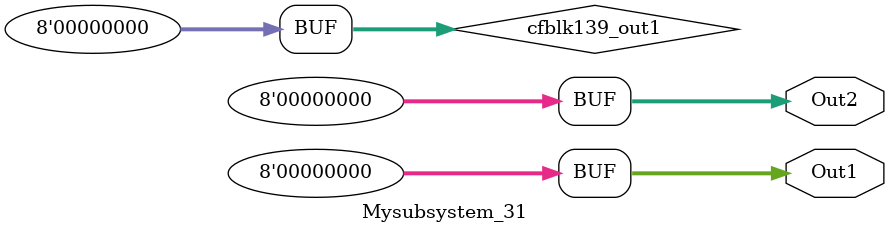
<source format=v>



`timescale 1 ns / 1 ns

module Mysubsystem_31
          (Out1,
           Out2);


  output  [7:0] Out1;  // uint8
  output  [7:0] Out2;  // uint8


  wire [7:0] cfblk139_out1;  // uint8


  assign cfblk139_out1 = 8'b00000000;



  assign Out1 = cfblk139_out1;

  assign Out2 = cfblk139_out1;

endmodule  // Mysubsystem_31


</source>
